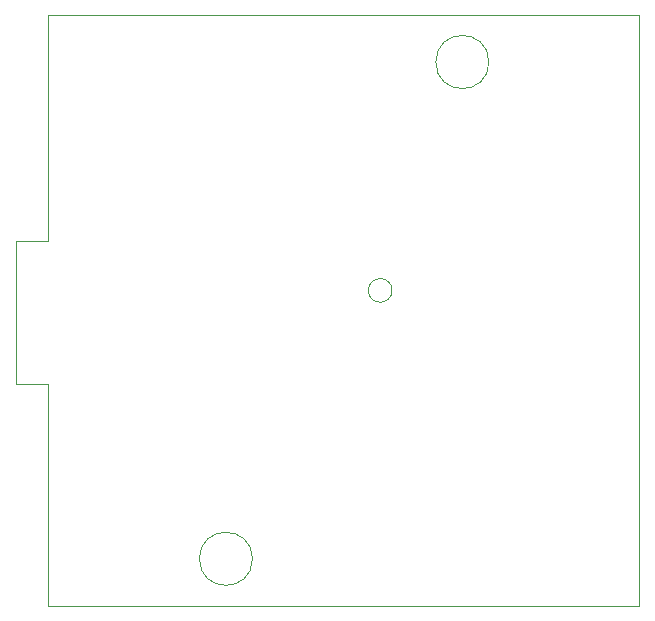
<source format=gm1>
G04 #@! TF.GenerationSoftware,KiCad,Pcbnew,7.0.9*
G04 #@! TF.CreationDate,2023-11-26T00:11:53+01:00*
G04 #@! TF.ProjectId,v1,76312e6b-6963-4616-945f-706362585858,rev?*
G04 #@! TF.SameCoordinates,Original*
G04 #@! TF.FileFunction,Profile,NP*
%FSLAX46Y46*%
G04 Gerber Fmt 4.6, Leading zero omitted, Abs format (unit mm)*
G04 Created by KiCad (PCBNEW 7.0.9) date 2023-11-26 00:11:53*
%MOMM*%
%LPD*%
G01*
G04 APERTURE LIST*
G04 #@! TA.AperFunction,Profile*
%ADD10C,0.100000*%
G04 #@! TD*
G04 APERTURE END LIST*
D10*
X172707200Y-76200000D02*
X172707200Y-126187200D01*
X120020000Y-107400000D02*
X122720000Y-107400000D01*
X172707200Y-126187200D02*
X122720000Y-126187200D01*
X122720000Y-95300000D02*
X120000000Y-95300000D01*
X122720000Y-76200000D02*
X172707200Y-76200000D01*
X151820000Y-99500000D02*
G75*
G03*
X151820000Y-99500000I-1000000J0D01*
G01*
X122720000Y-126187200D02*
X122720000Y-107400000D01*
X120000000Y-95300000D02*
X120020000Y-107400000D01*
X160022000Y-80162400D02*
G75*
G03*
X160022000Y-80162400I-2250000J0D01*
G01*
X140006800Y-122224800D02*
G75*
G03*
X140006800Y-122224800I-2250000J0D01*
G01*
X122720000Y-95300000D02*
X122720000Y-76200000D01*
M02*

</source>
